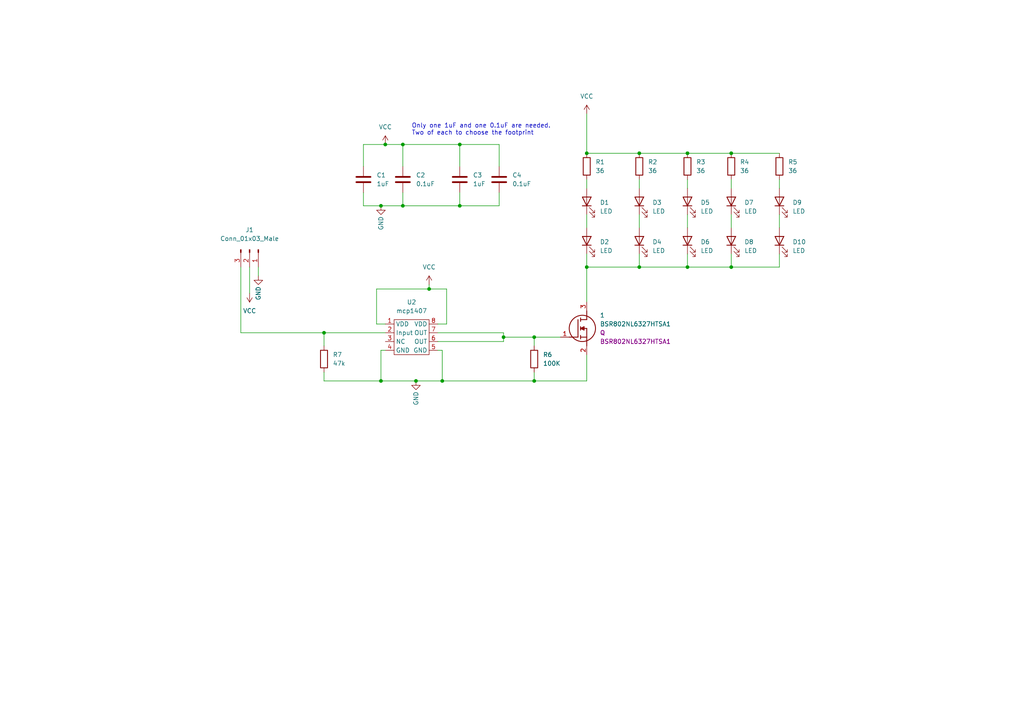
<source format=kicad_sch>
(kicad_sch (version 20211123) (generator eeschema)
  (paper "A4")
  (lib_symbols
    (symbol "Connector:Conn_01x03_Male" (pin_names (offset 1.016) hide)
      (property "Reference" "J" (at 0 5.08 0))
      (property "Value" "Conn_01x03_Male" (at 0 -5.08 0))
      (symbol "Conn_01x03_Male_1_1"
        (polyline (pts (xy 1.27 -2.54) (xy 0.8636 -2.54)) (stroke (width 0.1524)))
        (polyline (pts (xy 1.27 0) (xy 0.8636 0)) (stroke (width 0.1524)))
        (polyline (pts (xy 1.27 2.54) (xy 0.8636 2.54)) (stroke (width 0.1524)))
        (rectangle (start 0.8636 -2.413) (end 0 -2.667) (stroke (width 0.1524)) (fill (type outline)))
        (rectangle (start 0.8636 0.127) (end 0 -0.127) (stroke (width 0.1524)) (fill (type outline)))
        (rectangle (start 0.8636 2.667) (end 0 2.413) (stroke (width 0.1524)) (fill (type outline)))
        (pin passive line (at 5.08 2.54 180) (length 3.81) (name "Pin_1") (number "1"))
        (pin passive line (at 5.08 0 180) (length 3.81) (name "Pin_2") (number "2"))
        (pin passive line (at 5.08 -2.54 180) (length 3.81) (name "Pin_3") (number "3"))
      )
    )
    (symbol "Device:C" (pin_numbers hide) (pin_names (offset 0.254))
      (property "Reference" "C" (at 0.635 2.54 0))
      (property "Value" "C" (at 0.635 -2.54 0))
      (symbol "C_0_1"
        (polyline (pts (xy -2.032 -0.762) (xy 2.032 -0.762)) (stroke (width 0.508)))
        (polyline (pts (xy -2.032 0.762) (xy 2.032 0.762)) (stroke (width 0.508)))
      )
      (symbol "C_1_1"
        (pin passive line (at 0 3.81 270) (length 2.794) (name "~") (number "1"))
        (pin passive line (at 0 -3.81 90) (length 2.794) (name "~") (number "2"))
      )
    )
    (symbol "Device:LED" (pin_numbers hide) (pin_names (offset 1.016) hide)
      (property "Reference" "D" (at 0 2.54 0))
      (property "Value" "LED" (at 0 -2.54 0))
      (symbol "LED_0_1"
        (polyline (pts (xy -1.27 -1.27) (xy -1.27 1.27)) (stroke (width 0.254)))
        (polyline (pts (xy -1.27 0) (xy 1.27 0)))
        (polyline (pts (xy 1.27 -1.27) (xy 1.27 1.27) (xy -1.27 0) (xy 1.27 -1.27)) (stroke (width 0.254)))
        (polyline (pts (xy -3.048 -0.762) (xy -4.572 -2.286) (xy -3.81 -2.286) (xy -4.572 -2.286) (xy -4.572 -1.524)))
        (polyline (pts (xy -1.778 -0.762) (xy -3.302 -2.286) (xy -2.54 -2.286) (xy -3.302 -2.286) (xy -3.302 -1.524)))
      )
      (symbol "LED_1_1"
        (pin passive line (at -3.81 0 0) (length 2.54) (name "K") (number "1"))
        (pin passive line (at 3.81 0 180) (length 2.54) (name "A") (number "2"))
      )
    )
    (symbol "Device:R" (pin_numbers hide) (pin_names (offset 0))
      (property "Reference" "R" (at 2.032 0 90))
      (property "Value" "R" (at 0 0 90))
      (symbol "R_0_1"
        (rectangle (start -1.016 -2.54) (end 1.016 2.54) (stroke (width 0.254)))
      )
      (symbol "R_1_1"
        (pin passive line (at 0 3.81 270) (length 1.27) (name "~") (number "1"))
        (pin passive line (at 0 -3.81 90) (length 1.27) (name "~") (number "2"))
      )
    )
    (symbol "bsr802:BSR802NL6327HTSA1" (pin_names hide)
      (property "Value" "BSR802NL6327HTSA1" (at 0 0 0))
      (property "Reference_1" "Q" (at 11.43 3.81 0))
      (property "Value_1" "BSR802NL6327HTSA1" (at 11.43 1.27 0))
      (symbol "BSR802NL6327HTSA1_1_1"
        (polyline (pts (xy 2.54 0) (xy 5.08 0)) (stroke (width 0.254)))
        (polyline (pts (xy 5.08 5.08) (xy 5.08 0)) (stroke (width 0.254)))
        (polyline (pts (xy 5.842 -0.508) (xy 5.842 0.508)) (stroke (width 0.254)))
        (polyline (pts (xy 5.842 0) (xy 7.62 0)) (stroke (width 0.254)))
        (polyline (pts (xy 5.842 2.032) (xy 5.842 3.048)) (stroke (width 0.254)))
        (polyline (pts (xy 5.842 5.588) (xy 5.842 4.572)) (stroke (width 0.254)))
        (polyline (pts (xy 7.62 2.54) (xy 5.842 2.54)) (stroke (width 0.254)))
        (polyline (pts (xy 7.62 2.54) (xy 7.62 -2.54)) (stroke (width 0.254)))
        (polyline (pts (xy 7.62 5.08) (xy 5.842 5.08)) (stroke (width 0.254)))
        (polyline (pts (xy 7.62 5.08) (xy 7.62 7.62)) (stroke (width 0.254)))
        (polyline (pts (xy 5.842 2.54) (xy 6.858 3.048) (xy 6.858 2.032) (xy 5.842 2.54)) (stroke (width 0.254)) (fill (type outline)))
        (circle (center 6.35 2.54) (radius 3.81) (stroke (width 0.254)))
        (pin passive line (at 0 0 0) (length 2.54) (name "G") (number "1"))
        (pin passive line (at 7.62 -5.08 90) (length 2.54) (name "S") (number "2"))
        (pin passive line (at 7.62 10.16 270) (length 2.54) (name "D") (number "3"))
      )
    )
    (symbol "mcp1406-07:mcp1407"
      (property "Reference" "U?" (at 0 5.08 0))
      (property "Value" "mcp1407" (at 0 2.54 0))
      (symbol "mcp1407_0_1"
        (rectangle (start -5.08 0) (end 5.08 -10.16))
      )
      (symbol "mcp1407_1_1"
        (pin input line (at -7.62 -1.27 0) (length 2.54) (name "VDD") (number "1"))
        (pin input line (at -7.62 -3.81 0) (length 2.54) (name "Input") (number "2"))
        (pin free line (at -7.62 -6.35 0) (length 2.54) (name "NC") (number "3"))
        (pin output line (at -7.62 -8.89 0) (length 2.54) (name "GND") (number "4"))
        (pin output line (at 7.62 -8.89 180) (length 2.54) (name "GND") (number "5"))
        (pin output line (at 7.62 -6.35 180) (length 2.54) (name "OUT") (number "6"))
        (pin output line (at 7.62 -3.81 180) (length 2.54) (name "OUT") (number "7"))
        (pin input line (at 7.62 -1.27 180) (length 2.54) (name "VDD") (number "8"))
      )
    )
    (symbol "power:GND" (power) (pin_names (offset 0))
      (property "Value" "GND" (at 0 -3.81 0))
      (symbol "GND_0_1"
        (polyline (pts (xy 0 0) (xy 0 -1.27) (xy 1.27 -1.27) (xy 0 -2.54) (xy -1.27 -1.27) (xy 0 -1.27)))
      )
      (symbol "GND_1_1"
        (pin power_in line (at 0 0 270) (length 0) hide (name "GND") (number "1"))
      )
    )
    (symbol "power:VCC" (power) (pin_names (offset 0))
      (property "Value" "VCC" (at 0 3.81 0))
      (symbol "VCC_0_1"
        (polyline (pts (xy -0.762 1.27) (xy 0 2.54)))
        (polyline (pts (xy 0 0) (xy 0 2.54)))
        (polyline (pts (xy 0 2.54) (xy 0.762 1.27)))
      )
      (symbol "VCC_1_1"
        (pin power_in line (at 0 0 90) (length 0) hide (name "VCC") (number "1"))
      )
    )
  )
  (junction (at 120.65 110.49))
  (junction (at 111.76 41.91))
  (junction (at 154.94 97.79))
  (junction (at 170.18 77.47))
  (junction (at 128.27 110.49))
  (junction (at 154.94 110.49))
  (junction (at 185.42 44.45))
  (junction (at 170.18 44.45))
  (junction (at 110.49 110.49))
  (junction (at 199.39 77.47))
  (junction (at 124.46 83.82))
  (junction (at 199.39 44.45))
  (junction (at 133.35 59.69))
  (junction (at 116.84 41.91))
  (junction (at 185.42 77.47))
  (junction (at 133.35 41.91))
  (junction (at 116.84 59.69))
  (junction (at 212.09 77.47))
  (junction (at 212.09 44.45))
  (junction (at 110.49 59.69))
  (junction (at 146.05 97.79))
  (junction (at 93.98 96.52))
  (wire (pts (xy 154.94 110.49) (xy 128.27 110.49)))
  (wire (pts (xy 69.85 96.52) (xy 69.85 77.47)))
  (wire (pts (xy 110.49 110.49) (xy 120.65 110.49)))
  (wire (pts (xy 212.09 44.45) (xy 226.06 44.45)))
  (wire (pts (xy 69.85 96.52) (xy 93.98 96.52)))
  (wire (pts (xy 226.06 77.47) (xy 212.09 77.47)))
  (wire (pts (xy 185.42 77.47) (xy 199.39 77.47)))
  (wire (pts (xy 116.84 55.88) (xy 116.84 59.69)))
  (wire (pts (xy 72.39 77.47) (xy 72.39 85.09)))
  (wire (pts (xy 144.78 59.69) (xy 133.35 59.69)))
  (wire (pts (xy 110.49 101.6) (xy 110.49 110.49)))
  (wire (pts (xy 199.39 77.47) (xy 212.09 77.47)))
  (wire (pts (xy 74.93 77.47) (xy 74.93 80.01)))
  (wire (pts (xy 154.94 97.79) (xy 162.56 97.79)))
  (wire (pts (xy 226.06 73.66) (xy 226.06 77.47)))
  (wire (pts (xy 127 101.6) (xy 128.27 101.6)))
  (wire (pts (xy 199.39 52.07) (xy 199.39 54.61)))
  (wire (pts (xy 185.42 62.23) (xy 185.42 66.04)))
  (wire (pts (xy 127 93.98) (xy 129.54 93.98)))
  (wire (pts (xy 116.84 41.91) (xy 111.76 41.91)))
  (wire (pts (xy 199.39 44.45) (xy 212.09 44.45)))
  (wire (pts (xy 170.18 33.02) (xy 170.18 44.45)))
  (wire (pts (xy 170.18 77.47) (xy 185.42 77.47)))
  (wire (pts (xy 170.18 102.87) (xy 170.18 110.49)))
  (wire (pts (xy 109.22 93.98) (xy 111.76 93.98)))
  (wire (pts (xy 212.09 73.66) (xy 212.09 77.47)))
  (wire (pts (xy 124.46 83.82) (xy 129.54 83.82)))
  (wire (pts (xy 170.18 52.07) (xy 170.18 54.61)))
  (wire (pts (xy 146.05 96.52) (xy 146.05 97.79)))
  (wire (pts (xy 109.22 93.98) (xy 109.22 83.82)))
  (wire (pts (xy 185.42 52.07) (xy 185.42 54.61)))
  (wire (pts (xy 226.06 62.23) (xy 226.06 66.04)))
  (wire (pts (xy 93.98 107.95) (xy 93.98 110.49)))
  (wire (pts (xy 133.35 41.91) (xy 144.78 41.91)))
  (wire (pts (xy 116.84 59.69) (xy 110.49 59.69)))
  (wire (pts (xy 124.46 82.55) (xy 124.46 83.82)))
  (wire (pts (xy 93.98 96.52) (xy 111.76 96.52)))
  (wire (pts (xy 199.39 62.23) (xy 199.39 66.04)))
  (wire (pts (xy 144.78 55.88) (xy 144.78 59.69)))
  (wire (pts (xy 133.35 48.26) (xy 133.35 41.91)))
  (wire (pts (xy 185.42 44.45) (xy 199.39 44.45)))
  (wire (pts (xy 93.98 96.52) (xy 93.98 100.33)))
  (wire (pts (xy 111.76 41.91) (xy 105.41 41.91)))
  (wire (pts (xy 133.35 55.88) (xy 133.35 59.69)))
  (wire (pts (xy 185.42 73.66) (xy 185.42 77.47)))
  (wire (pts (xy 199.39 73.66) (xy 199.39 77.47)))
  (wire (pts (xy 129.54 93.98) (xy 129.54 83.82)))
  (wire (pts (xy 109.22 83.82) (xy 124.46 83.82)))
  (wire (pts (xy 146.05 97.79) (xy 154.94 97.79)))
  (wire (pts (xy 105.41 59.69) (xy 110.49 59.69)))
  (wire (pts (xy 170.18 73.66) (xy 170.18 77.47)))
  (wire (pts (xy 226.06 52.07) (xy 226.06 54.61)))
  (wire (pts (xy 170.18 62.23) (xy 170.18 66.04)))
  (wire (pts (xy 212.09 62.23) (xy 212.09 66.04)))
  (wire (pts (xy 144.78 48.26) (xy 144.78 41.91)))
  (wire (pts (xy 127 96.52) (xy 146.05 96.52)))
  (wire (pts (xy 105.41 55.88) (xy 105.41 59.69)))
  (wire (pts (xy 116.84 48.26) (xy 116.84 41.91)))
  (wire (pts (xy 170.18 77.47) (xy 170.18 87.63)))
  (wire (pts (xy 128.27 101.6) (xy 128.27 110.49)))
  (wire (pts (xy 212.09 52.07) (xy 212.09 54.61)))
  (wire (pts (xy 133.35 59.69) (xy 116.84 59.69)))
  (wire (pts (xy 128.27 110.49) (xy 120.65 110.49)))
  (wire (pts (xy 105.41 41.91) (xy 105.41 48.26)))
  (wire (pts (xy 111.76 101.6) (xy 110.49 101.6)))
  (wire (pts (xy 127 99.06) (xy 146.05 99.06)))
  (wire (pts (xy 170.18 44.45) (xy 185.42 44.45)))
  (wire (pts (xy 154.94 97.79) (xy 154.94 100.33)))
  (wire (pts (xy 93.98 110.49) (xy 110.49 110.49)))
  (wire (pts (xy 116.84 41.91) (xy 133.35 41.91)))
  (wire (pts (xy 146.05 99.06) (xy 146.05 97.79)))
  (wire (pts (xy 170.18 110.49) (xy 154.94 110.49)))
  (wire (pts (xy 154.94 107.95) (xy 154.94 110.49)))
  (text "Only one 1uF and one 0.1uF are needed.\nTwo of each to choose the footprint" (at 119.38 39.37 0) (effects (font (size 1.27 1.27)) (justify left bottom)))
  (symbol (lib_id "Device:R") (at 185.42 48.26 0) (unit 1)
    (property "Reference" "R2" (at 187.96 46.9899 0) (effects (justify left)))
    (property "Value" "36" (at 187.96 49.5299 0) (effects (justify left)))
    (property "Footprint" "Resistor_SMD:R_0805_2012Metric_Pad1.20x1.40mm_HandSolder" (effects hide))
  )
  (symbol (lib_id "Device:C") (at 133.35 52.07 0) (unit 1)
    (property "Reference" "C3" (at 137.16 50.7999 0) (effects (justify left)))
    (property "Value" "1uF" (at 137.16 53.3399 0) (effects (justify left)))
    (property "Footprint" "Capacitor_THT:CP_Radial_D5.0mm_P2.00mm" (effects hide))
  )
  (symbol (lib_id "power:GND") (at 110.49 59.69 0) (mirror y) (unit 1)
    (property "Reference" "#PWR03" (effects hide))
    (property "Value" "GND" (at 110.49 64.77 90))
  )
  (symbol (lib_id "power:VCC") (at 111.76 41.91 0) (unit 1)
    (property "Reference" "#PWR04" (effects hide))
    (property "Value" "VCC" (at 111.76 36.83 0))
  )
  (symbol (lib_id "power:GND") (at 120.65 110.49 0) (mirror y) (unit 1)
    (property "Reference" "#PWR017" (effects hide))
    (property "Value" "GND" (at 120.65 115.57 90))
  )
  (symbol (lib_id "Device:LED") (at 226.06 58.42 90) (unit 1)
    (property "Reference" "D9" (at 229.87 58.7374 90) (effects (justify right)))
    (property "Value" "LED" (at 229.87 61.2774 90) (effects (justify right)))
    (property "Footprint" "Diode_THT:D_A-405_P2.54mm_Vertical_AnodeUp" (effects hide))
  )
  (symbol (lib_id "power:GND") (at 74.93 80.01 0) (mirror y) (unit 1)
    (property "Reference" "#PWR02" (effects hide))
    (property "Value" "GND" (at 74.93 85.09 90))
  )
  (symbol (lib_id "Device:R") (at 170.18 48.26 0) (unit 1)
    (property "Reference" "R1" (at 172.72 46.9899 0) (effects (justify left)))
    (property "Value" "36" (at 172.72 49.5299 0) (effects (justify left)))
    (property "Footprint" "Resistor_SMD:R_0805_2012Metric_Pad1.20x1.40mm_HandSolder" (effects hide))
  )
  (symbol (lib_id "Device:LED") (at 212.09 69.85 90) (unit 1)
    (property "Reference" "D8" (at 215.9 70.1674 90) (effects (justify right)))
    (property "Value" "LED" (at 215.9 72.7074 90) (effects (justify right)))
    (property "Footprint" "Diode_THT:D_A-405_P2.54mm_Vertical_AnodeUp" (effects hide))
  )
  (symbol (lib_id "power:VCC") (at 124.46 82.55 0) (unit 1)
    (property "Reference" "#PWR05" (effects hide))
    (property "Value" "VCC" (at 124.46 77.47 0))
  )
  (symbol (lib_id "Device:C") (at 105.41 52.07 0) (unit 1)
    (property "Reference" "C1" (at 109.22 50.7999 0) (effects (justify left)))
    (property "Value" "1uF" (at 109.22 53.3399 0) (effects (justify left)))
    (property "Footprint" "Capacitor_SMD:C_0805_2012Metric_Pad1.18x1.45mm_HandSolder" (effects hide))
  )
  (symbol (lib_id "Device:LED") (at 170.18 58.42 90) (unit 1)
    (property "Reference" "D1" (at 173.99 58.7374 90) (effects (justify right)))
    (property "Value" "LED" (at 173.99 61.2774 90) (effects (justify right)))
    (property "Footprint" "Diode_THT:D_A-405_P2.54mm_Vertical_AnodeUp" (effects hide))
  )
  (symbol (lib_id "Device:LED") (at 185.42 69.85 90) (unit 1)
    (property "Reference" "D4" (at 189.23 70.1674 90) (effects (justify right)))
    (property "Value" "LED" (at 189.23 72.7074 90) (effects (justify right)))
    (property "Footprint" "Diode_THT:D_A-405_P2.54mm_Vertical_AnodeUp" (effects hide))
  )
  (symbol (lib_id "Device:LED") (at 199.39 58.42 90) (unit 1)
    (property "Reference" "D5" (at 203.2 58.7374 90) (effects (justify right)))
    (property "Value" "LED" (at 203.2 61.2774 90) (effects (justify right)))
    (property "Footprint" "Diode_THT:D_A-405_P2.54mm_Vertical_AnodeUp" (effects hide))
  )
  (symbol (lib_id "Device:R") (at 226.06 48.26 0) (unit 1)
    (property "Reference" "R5" (at 228.6 46.9899 0) (effects (justify left)))
    (property "Value" "36" (at 228.6 49.5299 0) (effects (justify left)))
    (property "Footprint" "Resistor_SMD:R_0805_2012Metric_Pad1.20x1.40mm_HandSolder" (effects hide))
  )
  (symbol (lib_id "Device:R") (at 199.39 48.26 0) (unit 1)
    (property "Reference" "R3" (at 201.93 46.9899 0) (effects (justify left)))
    (property "Value" "36" (at 201.93 49.5299 0) (effects (justify left)))
    (property "Footprint" "Resistor_SMD:R_0805_2012Metric_Pad1.20x1.40mm_HandSolder" (effects hide))
  )
  (symbol (lib_id "Device:C") (at 116.84 52.07 0) (unit 1)
    (property "Reference" "C2" (at 120.65 50.7999 0) (effects (justify left)))
    (property "Value" "0.1uF" (at 120.65 53.3399 0) (effects (justify left)))
    (property "Footprint" "Capacitor_SMD:C_0805_2012Metric_Pad1.18x1.45mm_HandSolder" (effects hide))
  )
  (symbol (lib_id "Device:LED") (at 226.06 69.85 90) (unit 1)
    (property "Reference" "D10" (at 229.87 70.1674 90) (effects (justify right)))
    (property "Value" "LED" (at 229.87 72.7074 90) (effects (justify right)))
    (property "Footprint" "Diode_THT:D_A-405_P2.54mm_Vertical_AnodeUp" (effects hide))
  )
  (symbol (lib_id "Device:LED") (at 212.09 58.42 90) (unit 1)
    (property "Reference" "D7" (at 215.9 58.7374 90) (effects (justify right)))
    (property "Value" "LED" (at 215.9 61.2774 90) (effects (justify right)))
    (property "Footprint" "Diode_THT:D_A-405_P2.54mm_Vertical_AnodeUp" (effects hide))
  )
  (symbol (lib_id "Device:LED") (at 199.39 69.85 90) (unit 1)
    (property "Reference" "D6" (at 203.2 70.1674 90) (effects (justify right)))
    (property "Value" "LED" (at 203.2 72.7074 90) (effects (justify right)))
    (property "Footprint" "Diode_THT:D_A-405_P2.54mm_Vertical_AnodeUp" (effects hide))
  )
  (symbol (lib_id "power:VCC") (at 170.18 33.02 0) (unit 1)
    (property "Reference" "#PWR06" (effects hide))
    (property "Value" "VCC" (at 170.18 27.94 0))
  )
  (symbol (lib_id "Device:R") (at 212.09 48.26 0) (unit 1)
    (property "Reference" "R4" (at 214.63 46.9899 0) (effects (justify left)))
    (property "Value" "36" (at 214.63 49.5299 0) (effects (justify left)))
    (property "Footprint" "Resistor_SMD:R_0805_2012Metric_Pad1.20x1.40mm_HandSolder" (effects hide))
  )
  (symbol (lib_id "Device:LED") (at 185.42 58.42 90) (unit 1)
    (property "Reference" "D3" (at 189.23 58.7374 90) (effects (justify right)))
    (property "Value" "LED" (at 189.23 61.2774 90) (effects (justify right)))
    (property "Footprint" "Diode_THT:D_A-405_P2.54mm_Vertical_AnodeUp" (effects hide))
  )
  (symbol (lib_id "Connector:Conn_01x03_Male") (at 72.39 72.39 270) (unit 1)
    (property "Reference" "J1" (at 72.39 66.675 90))
    (property "Value" "Conn_01x03_Male" (at 72.39 69.215 90))
    (property "Footprint" "Connector_PinHeader_2.54mm:PinHeader_1x03_P2.54mm_Vertical" (effects hide))
  )
  (symbol (lib_id "Device:R") (at 93.98 104.14 0) (unit 1)
    (property "Reference" "R7" (at 96.52 102.8699 0) (effects (justify left)))
    (property "Value" "47k" (at 96.52 105.4099 0) (effects (justify left)))
    (property "Footprint" "Resistor_SMD:R_0805_2012Metric_Pad1.20x1.40mm_HandSolder" (effects hide))
  )
  (symbol (lib_id "bsr802:BSR802NL6327HTSA1") (at 162.56 97.79 0) (unit 1)
    (property "Reference" "1" (at 173.99 91.4399 0) (effects (justify left)))
    (property "Value" "BSR802NL6327HTSA1" (at 173.99 93.9799 0) (effects (justify left)))
    (property "Footprint" "Footprints:SOT95P285X135-3N" (effects hide))
    (property "Reference_1" "Q" (at 173.99 96.5199 0) (effects (justify left)))
    (property "Value_1" "BSR802NL6327HTSA1" (at 173.99 99.0599 0) (effects (justify left)))
    (property "Footprint_1" "SOT95P285X135-3N" (effects hide))
    (property "Datasheet_1" "https://www.infineon.com/dgdl/BSR802N_Rev2.1.pdf?folderId=db3a3043156fd573011622e10b5c1f67&fileId=db3a30431b0626df011b129302297bc1" (effects hide))
    (property "Height" "1.35" (effects hide))
    (property "Mouser Part Number" "726-BSR802NL6327HTSA" (effects hide))
    (property "Mouser Price/Stock" "https://www.mouser.co.uk/ProductDetail/Infineon-Technologies/BSR802NL6327HTSA1?qs=K00xGehIljs0LeKKuwlBqA%3D%3D" (effects hide))
    (property "Manufacturer_Name" "Infineon" (effects hide))
    (property "Manufacturer_Part_Number" "BSR802NL6327HTSA1" (effects hide))
  )
  (symbol (lib_id "Device:R") (at 154.94 104.14 0) (unit 1)
    (property "Reference" "R6" (at 157.48 102.8699 0) (effects (justify left)))
    (property "Value" "100K" (at 157.48 105.4099 0) (effects (justify left)))
    (property "Footprint" "Resistor_SMD:R_0805_2012Metric_Pad1.20x1.40mm_HandSolder" (effects hide))
  )
  (symbol (lib_id "power:VCC") (at 72.39 85.09 180) (unit 1)
    (property "Reference" "#PWR01" (effects hide))
    (property "Value" "VCC" (at 72.39 90.17 0))
  )
  (symbol (lib_id "Device:LED") (at 170.18 69.85 90) (unit 1)
    (property "Reference" "D2" (at 173.99 70.1674 90) (effects (justify right)))
    (property "Value" "LED" (at 173.99 72.7074 90) (effects (justify right)))
    (property "Footprint" "Diode_THT:D_A-405_P2.54mm_Vertical_AnodeUp" (effects hide))
  )
  (symbol (lib_id "Device:C") (at 144.78 52.07 0) (unit 1)
    (property "Reference" "C4" (at 148.59 50.7999 0) (effects (justify left)))
    (property "Value" "0.1uF" (at 148.59 53.3399 0) (effects (justify left)))
    (property "Footprint" "Capacitor_THT:CP_Radial_D5.0mm_P2.00mm" (effects hide))
  )
  (symbol (lib_id "mcp1406-07:mcp1407") (at 119.38 92.71 0) (unit 1)
    (property "Reference" "U2" (at 119.38 87.63 0))
    (property "Value" "mcp1407" (at 119.38 90.17 0))
    (property "Footprint" "Package_SO:SOIC-8_3.9x4.9mm_P1.27mm" (effects hide))
  )
)
</source>
